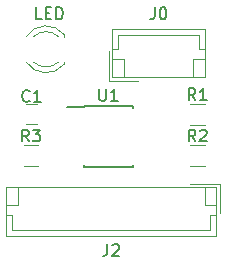
<source format=gbr>
G04 #@! TF.GenerationSoftware,KiCad,Pcbnew,5.1.4*
G04 #@! TF.CreationDate,2019-08-11T23:13:52-05:00*
G04 #@! TF.ProjectId,pic12f-garage-door,70696331-3266-42d6-9761-726167652d64,rev?*
G04 #@! TF.SameCoordinates,Original*
G04 #@! TF.FileFunction,Legend,Top*
G04 #@! TF.FilePolarity,Positive*
%FSLAX46Y46*%
G04 Gerber Fmt 4.6, Leading zero omitted, Abs format (unit mm)*
G04 Created by KiCad (PCBNEW 5.1.4) date 2019-08-11 23:13:52*
%MOMM*%
%LPD*%
G04 APERTURE LIST*
%ADD10C,0.120000*%
%ADD11C,0.150000*%
G04 APERTURE END LIST*
D10*
X117350000Y-48250000D02*
X117350000Y-52350000D01*
X117350000Y-52350000D02*
X125150000Y-52350000D01*
X125150000Y-52350000D02*
X125150000Y-48250000D01*
X125150000Y-48250000D02*
X117350000Y-48250000D01*
X117350000Y-50000000D02*
X117850000Y-50000000D01*
X117850000Y-50000000D02*
X117850000Y-48750000D01*
X117850000Y-48750000D02*
X124650000Y-48750000D01*
X124650000Y-48750000D02*
X124650000Y-50000000D01*
X124650000Y-50000000D02*
X125150000Y-50000000D01*
X117350000Y-50850000D02*
X118350000Y-50850000D01*
X118350000Y-50850000D02*
X118350000Y-52350000D01*
X125150000Y-50850000D02*
X124150000Y-50850000D01*
X124150000Y-50850000D02*
X124150000Y-52350000D01*
X117050000Y-50150000D02*
X117050000Y-52650000D01*
X117050000Y-52650000D02*
X119550000Y-52650000D01*
X126150000Y-65783400D02*
X126150000Y-61683400D01*
X126150000Y-61683400D02*
X108350000Y-61683400D01*
X108350000Y-61683400D02*
X108350000Y-65783400D01*
X108350000Y-65783400D02*
X126150000Y-65783400D01*
X126150000Y-64033400D02*
X125650000Y-64033400D01*
X125650000Y-64033400D02*
X125650000Y-65283400D01*
X125650000Y-65283400D02*
X108850000Y-65283400D01*
X108850000Y-65283400D02*
X108850000Y-64033400D01*
X108850000Y-64033400D02*
X108350000Y-64033400D01*
X126150000Y-63183400D02*
X125150000Y-63183400D01*
X125150000Y-63183400D02*
X125150000Y-61683400D01*
X108350000Y-63183400D02*
X109350000Y-63183400D01*
X109350000Y-63183400D02*
X109350000Y-61683400D01*
X126450000Y-63883400D02*
X126450000Y-61383400D01*
X126450000Y-61383400D02*
X123950000Y-61383400D01*
D11*
X114925000Y-54830000D02*
X114925000Y-54880000D01*
X119075000Y-54830000D02*
X119075000Y-54975000D01*
X119075000Y-59980000D02*
X119075000Y-59835000D01*
X114925000Y-59980000D02*
X114925000Y-59835000D01*
X114925000Y-54830000D02*
X119075000Y-54830000D01*
X114925000Y-59980000D02*
X119075000Y-59980000D01*
X114925000Y-54880000D02*
X113525000Y-54880000D01*
D10*
X111050000Y-59880000D02*
X109850000Y-59880000D01*
X109850000Y-58120000D02*
X111050000Y-58120000D01*
X125150000Y-59880000D02*
X123950000Y-59880000D01*
X123950000Y-58120000D02*
X125150000Y-58120000D01*
X125150000Y-56380000D02*
X123950000Y-56380000D01*
X123950000Y-54620000D02*
X125150000Y-54620000D01*
X110057665Y-51078608D02*
G75*
G03X113290000Y-51235516I1672335J1078608D01*
G01*
X110057665Y-48921392D02*
G75*
G02X113290000Y-48764484I1672335J-1078608D01*
G01*
X110688870Y-51079837D02*
G75*
G03X112770961Y-51080000I1041130J1079837D01*
G01*
X110688870Y-48920163D02*
G75*
G02X112770961Y-48920000I1041130J-1079837D01*
G01*
X113290000Y-51236000D02*
X113290000Y-51080000D01*
X113290000Y-48920000D02*
X113290000Y-48764000D01*
X111000000Y-54650000D02*
X110000000Y-54650000D01*
X110000000Y-56350000D02*
X111000000Y-56350000D01*
D11*
X120916666Y-46452380D02*
X120916666Y-47166666D01*
X120869047Y-47309523D01*
X120773809Y-47404761D01*
X120630952Y-47452380D01*
X120535714Y-47452380D01*
X121583333Y-46452380D02*
X121678571Y-46452380D01*
X121773809Y-46500000D01*
X121821428Y-46547619D01*
X121869047Y-46642857D01*
X121916666Y-46833333D01*
X121916666Y-47071428D01*
X121869047Y-47261904D01*
X121821428Y-47357142D01*
X121773809Y-47404761D01*
X121678571Y-47452380D01*
X121583333Y-47452380D01*
X121488095Y-47404761D01*
X121440476Y-47357142D01*
X121392857Y-47261904D01*
X121345238Y-47071428D01*
X121345238Y-46833333D01*
X121392857Y-46642857D01*
X121440476Y-46547619D01*
X121488095Y-46500000D01*
X121583333Y-46452380D01*
X116916666Y-66485780D02*
X116916666Y-67200066D01*
X116869047Y-67342923D01*
X116773809Y-67438161D01*
X116630952Y-67485780D01*
X116535714Y-67485780D01*
X117345238Y-66581019D02*
X117392857Y-66533400D01*
X117488095Y-66485780D01*
X117726190Y-66485780D01*
X117821428Y-66533400D01*
X117869047Y-66581019D01*
X117916666Y-66676257D01*
X117916666Y-66771495D01*
X117869047Y-66914352D01*
X117297619Y-67485780D01*
X117916666Y-67485780D01*
X116238095Y-53357380D02*
X116238095Y-54166904D01*
X116285714Y-54262142D01*
X116333333Y-54309761D01*
X116428571Y-54357380D01*
X116619047Y-54357380D01*
X116714285Y-54309761D01*
X116761904Y-54262142D01*
X116809523Y-54166904D01*
X116809523Y-53357380D01*
X117809523Y-54357380D02*
X117238095Y-54357380D01*
X117523809Y-54357380D02*
X117523809Y-53357380D01*
X117428571Y-53500238D01*
X117333333Y-53595476D01*
X117238095Y-53643095D01*
X110283333Y-57802380D02*
X109950000Y-57326190D01*
X109711904Y-57802380D02*
X109711904Y-56802380D01*
X110092857Y-56802380D01*
X110188095Y-56850000D01*
X110235714Y-56897619D01*
X110283333Y-56992857D01*
X110283333Y-57135714D01*
X110235714Y-57230952D01*
X110188095Y-57278571D01*
X110092857Y-57326190D01*
X109711904Y-57326190D01*
X110616666Y-56802380D02*
X111235714Y-56802380D01*
X110902380Y-57183333D01*
X111045238Y-57183333D01*
X111140476Y-57230952D01*
X111188095Y-57278571D01*
X111235714Y-57373809D01*
X111235714Y-57611904D01*
X111188095Y-57707142D01*
X111140476Y-57754761D01*
X111045238Y-57802380D01*
X110759523Y-57802380D01*
X110664285Y-57754761D01*
X110616666Y-57707142D01*
X124383333Y-57802380D02*
X124050000Y-57326190D01*
X123811904Y-57802380D02*
X123811904Y-56802380D01*
X124192857Y-56802380D01*
X124288095Y-56850000D01*
X124335714Y-56897619D01*
X124383333Y-56992857D01*
X124383333Y-57135714D01*
X124335714Y-57230952D01*
X124288095Y-57278571D01*
X124192857Y-57326190D01*
X123811904Y-57326190D01*
X124764285Y-56897619D02*
X124811904Y-56850000D01*
X124907142Y-56802380D01*
X125145238Y-56802380D01*
X125240476Y-56850000D01*
X125288095Y-56897619D01*
X125335714Y-56992857D01*
X125335714Y-57088095D01*
X125288095Y-57230952D01*
X124716666Y-57802380D01*
X125335714Y-57802380D01*
X124383333Y-54302380D02*
X124050000Y-53826190D01*
X123811904Y-54302380D02*
X123811904Y-53302380D01*
X124192857Y-53302380D01*
X124288095Y-53350000D01*
X124335714Y-53397619D01*
X124383333Y-53492857D01*
X124383333Y-53635714D01*
X124335714Y-53730952D01*
X124288095Y-53778571D01*
X124192857Y-53826190D01*
X123811904Y-53826190D01*
X125335714Y-54302380D02*
X124764285Y-54302380D01*
X125050000Y-54302380D02*
X125050000Y-53302380D01*
X124954761Y-53445238D01*
X124859523Y-53540476D01*
X124764285Y-53588095D01*
X111357142Y-47452380D02*
X110880952Y-47452380D01*
X110880952Y-46452380D01*
X111690476Y-46928571D02*
X112023809Y-46928571D01*
X112166666Y-47452380D02*
X111690476Y-47452380D01*
X111690476Y-46452380D01*
X112166666Y-46452380D01*
X112595238Y-47452380D02*
X112595238Y-46452380D01*
X112833333Y-46452380D01*
X112976190Y-46500000D01*
X113071428Y-46595238D01*
X113119047Y-46690476D01*
X113166666Y-46880952D01*
X113166666Y-47023809D01*
X113119047Y-47214285D01*
X113071428Y-47309523D01*
X112976190Y-47404761D01*
X112833333Y-47452380D01*
X112595238Y-47452380D01*
X110333333Y-54357142D02*
X110285714Y-54404761D01*
X110142857Y-54452380D01*
X110047619Y-54452380D01*
X109904761Y-54404761D01*
X109809523Y-54309523D01*
X109761904Y-54214285D01*
X109714285Y-54023809D01*
X109714285Y-53880952D01*
X109761904Y-53690476D01*
X109809523Y-53595238D01*
X109904761Y-53500000D01*
X110047619Y-53452380D01*
X110142857Y-53452380D01*
X110285714Y-53500000D01*
X110333333Y-53547619D01*
X111285714Y-54452380D02*
X110714285Y-54452380D01*
X111000000Y-54452380D02*
X111000000Y-53452380D01*
X110904761Y-53595238D01*
X110809523Y-53690476D01*
X110714285Y-53738095D01*
M02*

</source>
